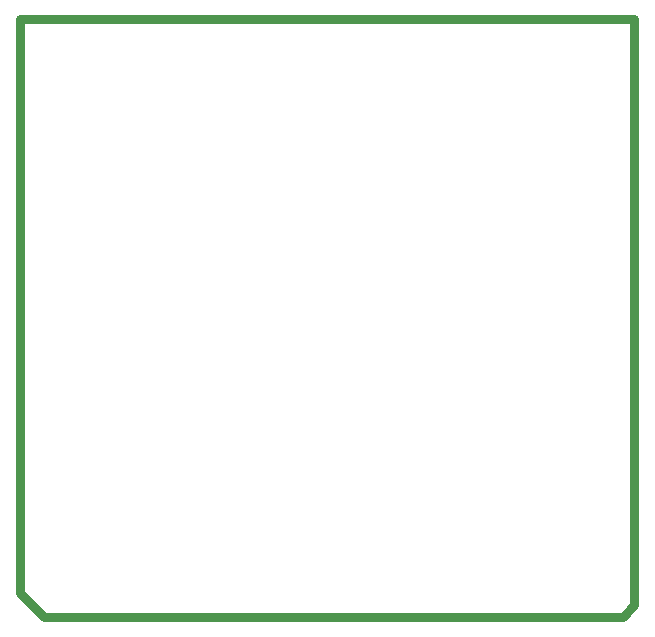
<source format=gko>
G04 Layer_Color=16711935*
%FSLAX44Y44*%
%MOMM*%
G71*
G01*
G75*
%ADD10C,0.8000*%
D10*
X680000Y550000D02*
X700000Y530000D01*
X1190000D02*
X1200000Y540000D01*
X700000Y530000D02*
X1190000D01*
X1200000Y540000D02*
Y1036000D01*
X680000Y550000D02*
Y1036000D01*
X1200000D01*
M02*

</source>
